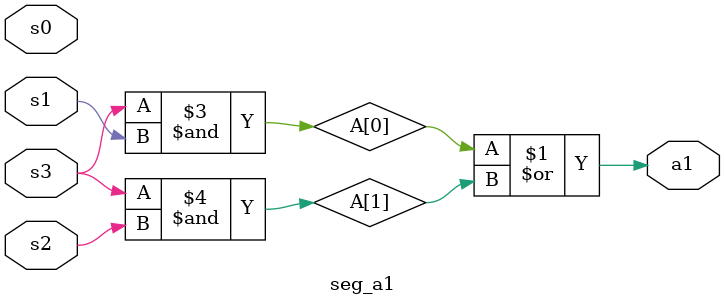
<source format=v>
module seg_a1 (a1, s3, s2, s1, s0);

    input s3, s2, s1, s0;
    output a1;


    // Fios para as portas AND (2 termos)
    wire A[1:0];
	 
/*
	a1(s3, s2, s1, s0) = s3s1 + s3s2
*/
    
	 // Instâncias das portas AND
    and (A[0], s3, s1);
    and (A[1], s3, s2);  
	 
	 
    // Porta OR final
    or (a1, A[0], A[1]);

endmodule

</source>
